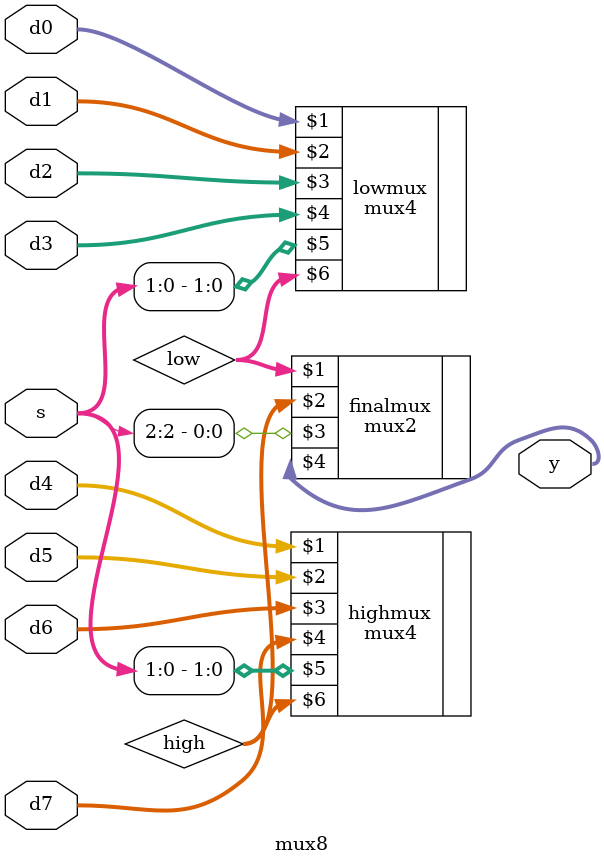
<source format=sv>
module mux8(input logic [3:0] d0, d1, d2, d3,d4, d5, d6, d7, 
				input logic [2:0] s, 
				output logic [3:0] y);
  logic [3:0] low, high;
  mux4 lowmux(d0, d1,d2,d3,s[1:0], low); 
  mux4 highmux(d4,d5,d6,d7, s[1:0], high);
  mux2 finalmux(low, high, s[2], y);
endmodule
</source>
